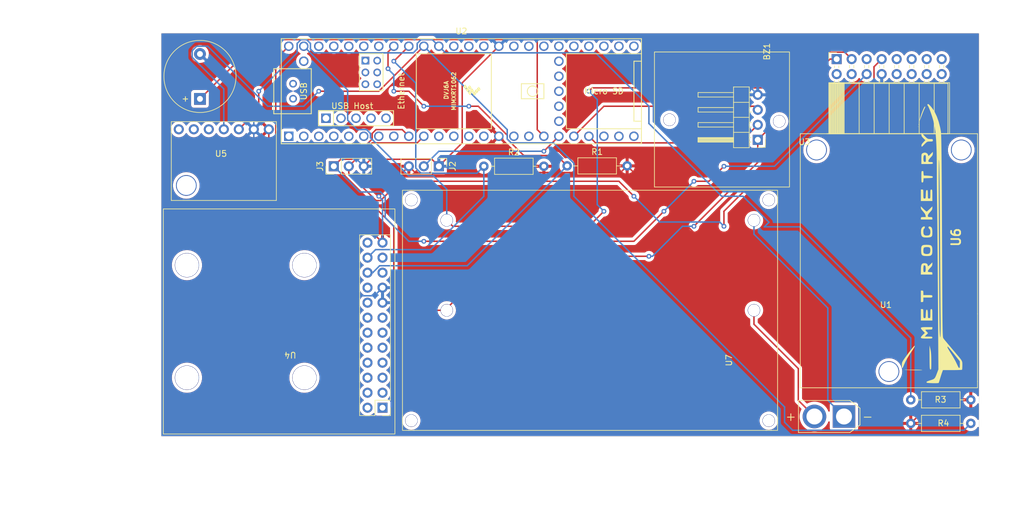
<source format=kicad_pcb>
(kicad_pcb (version 20221018) (generator pcbnew)
  (layers (0 "F.Cu" signal) (31 "B.Cu" signal) (34 "B.Paste" user) (35 "F.Paste" user) (36 "B.SilkS" user "B.Silkscreen") (37 "F.SilkS" user "F.Silkscreen") (38 "B.Mask" user) (39 "F.Mask" user) (44 "Edge.Cuts" user))
  (net 0 "")
  (net 1 "GND")
  (net 2 "VCC")
  (net 3 "T_VCC")
  (net 4 "SCL1")
  (net 5 "SDA1")
  (net 6 "TX2")
  (net 7 "RX2")
  (net 8 "SCL")
  (net 9 "T_GND")
  (net 10 "SDA")
  (net 12 "INT1")
  (net 13 "FSYNC")
  (net 24 "RX7")
  (net 25 "TX7")
  (net 96 "Net-(J2-Pad2)")
  (net 97 "Net-(J1-Pad2)")
  (net 98 "Net-(J1-Pad1)")
  (net 99 "Net-(BZ1-Pad1)")
  (footprint "Resistor_THT:R_Axial_DIN0207_L6.3mm_D2.5mm_P10.16mm_Horizontal" (layer "F.Cu") (at 96.52 43.18)
    (fp_text reference "R2" (at 5.08 -2.37) (layer "F.SilkS"))
    (fp_text value "R-Device")
    (pad "1" thru_hole circle (at 0 0) (size 1.6 1.6) (drill 0.8) (layers "*.Cu" "*.Mask") (net 10 "SDA"))
    (pad "2" thru_hole oval (at 10.16 0) (size 1.6 1.6) (drill 0.8) (layers "*.Cu" "*.Mask") (net 3 "T_VCC"))
  )
  (footprint "rfd900+:RFD900+" (layer "F.Cu") (at 180.082312 37.675556 180)
    (fp_text reference "U1" (at 15.51 -28.97) (layer "F.SilkS"))
    (fp_text value "RFD900+")
    (pad "" thru_hole circle (at 2.75 -2.75 180) (size 3.5 3.5) (drill 3.2) (layers "*.Cu" "*.Mask"))
    (pad "" thru_hole circle (at 15 -40.25 180) (size 3.5 3.5) (drill 3.2) (layers "*.Cu" "*.Mask"))
    (pad "" thru_hole circle (at 27.25 -2.75 180) (size 3.5 3.5) (drill 3.2) (layers "*.Cu" "*.Mask"))
    (pad "1" thru_hole rect (at 23.84226 12.63188 90) (size 1.7 1.7) (drill 1) (layers "*.Cu" "*.Mask") (net 2 "VCC"))
    (pad "2" thru_hole oval (at 23.84226 10.09188 90) (size 1.7 1.7) (drill 1) (layers "*.Cu" "*.Mask"))
    (pad "3" thru_hole oval (at 21.30226 12.63188 90) (size 1.7 1.7) (drill 1) (layers "*.Cu" "*.Mask") (net 1 "GND"))
    (pad "4" thru_hole oval (at 21.30226 10.09188 90) (size 1.7 1.7) (drill 1) (layers "*.Cu" "*.Mask"))
    (pad "5" thru_hole oval (at 18.76226 12.63188 90) (size 1.7 1.7) (drill 1) (layers "*.Cu" "*.Mask"))
    (pad "6" thru_hole oval (at 18.76226 10.09188 90) (size 1.7 1.7) (drill 1) (layers "*.Cu" "*.Mask") (net 7 "RX2"))
    (pad "7" thru_hole oval (at 16.22226 12.63188 90) (size 1.7 1.7) (drill 1) (layers "*.Cu" "*.Mask") (net 6 "TX2"))
    (pad "8" thru_hole oval (at 16.22226 10.09188 90) (size 1.7 1.7) (drill 1) (layers "*.Cu" "*.Mask") (net 9 "T_GND"))
    (pad "9" thru_hole oval (at 13.68226 12.63188 90) (size 1.7 1.7) (drill 1) (layers "*.Cu" "*.Mask"))
    (pad "10" thru_hole oval (at 13.68226 10.09188 90) (size 1.7 1.7) (drill 1) (layers "*.Cu" "*.Mask"))
    (pad "11" thru_hole oval (at 11.14226 12.63188 90) (size 1.7 1.7) (drill 1) (layers "*.Cu" "*.Mask"))
    (pad "12" thru_hole oval (at 11.14226 10.09188 90) (size 1.7 1.7) (drill 1) (layers "*.Cu" "*.Mask"))
    (pad "13" thru_hole oval (at 8.60226 12.63188 90) (size 1.7 1.7) (drill 1) (layers "*.Cu" "*.Mask"))
    (pad "14" thru_hole oval (at 8.60226 10.09188 90) (size 1.7 1.7) (drill 1) (layers "*.Cu" "*.Mask"))
    (pad "15" thru_hole oval (at 6.06226 12.63188 90) (size 1.7 1.7) (drill 1) (layers "*.Cu" "*.Mask"))
    (pad "16" thru_hole oval (at 6.06226 10.09188 90) (size 1.7 1.7) (drill 1) (layers "*.Cu" "*.Mask"))
  )
  (footprint "Resistor_THT:R_Axial_DIN0207_L6.3mm_D2.5mm_P10.16mm_Horizontal" (layer "F.Cu") (at 168.783102 82.712958)
    (fp_text reference "R3" (at 5.043254 -0.036061) (layer "F.SilkS"))
    (fp_text value "R-Device")
    (pad "1" thru_hole circle (at 0 0) (size 1.6 1.6) (drill 0.8) (layers "*.Cu" "*.Mask") (net 4 "SCL1"))
    (pad "2" thru_hole oval (at 10.16 0) (size 1.6 1.6) (drill 0.8) (layers "*.Cu" "*.Mask") (net 3 "T_VCC"))
  )
  (footprint "Resistor_THT:R_Axial_DIN0207_L6.3mm_D2.5mm_P10.16mm_Horizontal" (layer "F.Cu") (at 178.943102 86.704287 180)
    (fp_text reference "R4" (at 4.62593 0.029783) (layer "F.SilkS"))
    (fp_text value "R-Device")
    (pad "1" thru_hole circle (at 0 0 180) (size 1.6 1.6) (drill 0.8) (layers "*.Cu" "*.Mask") (net 5 "SDA1"))
    (pad "2" thru_hole oval (at 10.16 0 180) (size 1.6 1.6) (drill 0.8) (layers "*.Cu" "*.Mask") (net 3 "T_VCC"))
  )
  (footprint "Resistor_THT:R_Axial_DIN0207_L6.3mm_D2.5mm_P10.16mm_Horizontal" (layer "F.Cu") (at 110.614838 43.116036)
    (fp_text reference "R1" (at 5.08 -2.37) (layer "F.SilkS"))
    (fp_text value "R-Device")
    (pad "1" thru_hole circle (at 0 0) (size 1.6 1.6) (drill 0.8) (layers "*.Cu" "*.Mask") (net 8 "SCL"))
    (pad "2" thru_hole oval (at 10.16 0) (size 1.6 1.6) (drill 0.8) (layers "*.Cu" "*.Mask") (net 3 "T_VCC"))
  )
  (footprint "Connector_AMASS:AMASS_XT30U-F_1x02_P5.0mm_Vertical" (layer "F.Cu") (at 157.48 85.537678 180)
    (fp_text reference "J1" hide)
    (fp_text value "Conn_01x02_Male-Connector")
    (fp_text user "-" (at -4 0) (layer "F.SilkS") (effects (font (size 1.5 1.5))))
    (fp_text user "+" (at 9 0) (layer "F.SilkS") (effects (font (size 1.5 1.5))))
    (pad "1" thru_hole rect (at 0 0 180) (size 3.8 3.8) (drill 2.7) (layers "*.Cu" "*.Mask") (net 98 "Net-(J1-Pad1)"))
    (pad "2" thru_hole circle (at 5 0 180) (size 4 4) (drill 2.7) (layers "*.Cu" "*.Mask") (net 97 "Net-(J1-Pad2)"))
  )
  (footprint "icm20948:icm20948" (layer "F.Cu") (at 63.758599 74.624231 180)
    (fp_text reference "U4" (at 0 -0.5 180 unlocked) (layer "F.SilkS"))
    (fp_text value "ICM-20948 ")
    (pad "" thru_hole circle (at -2.390096 -4.35 90) (size 4.1 4.1) (drill 4) (layers "*.Cu" "*.Mask"))
    (pad "" thru_hole circle (at -2.390096 14.7 90) (size 4.1 4.1) (drill 4) (layers "*.Cu" "*.Mask"))
    (pad "" thru_hole circle (at 17.495 -4.35 90) (size 4.1 4.1) (drill 4) (layers "*.Cu" "*.Mask"))
    (pad "" thru_hole circle (at 17.495 14.7 90) (size 4.1 4.1) (drill 4) (layers "*.Cu" "*.Mask"))
    (pad "1" thru_hole rect (at -15.61 -9.43 180) (size 1.7 1.7) (drill 1) (layers "*.Mask" "F.Cu" "In1.Cu" "B.Cu"))
    (pad "2" thru_hole oval (at -13.07 -9.43 180) (size 1.7 1.7) (drill 1) (layers "*.Mask" "F.Cu" "In1.Cu" "B.Cu"))
    (pad "3" thru_hole oval (at -15.61 -6.89 180) (size 1.7 1.7) (drill 1) (layers "*.Mask" "F.Cu" "In1.Cu" "B.Cu"))
    (pad "4" thru_hole oval (at -13.07 -6.89 180) (size 1.7 1.7) (drill 1) (layers "*.Mask" "F.Cu" "In1.Cu" "B.Cu"))
    (pad "5" thru_hole oval (at -15.61 -4.35 180) (size 1.7 1.7) (drill 1) (layers "*.Mask" "F.Cu" "In1.Cu" "B.Cu"))
    (pad "6" thru_hole oval (at -13.07 -4.35 180) (size 1.7 1.7) (drill 1) (layers "*.Mask" "F.Cu" "In1.Cu" "B.Cu"))
    (pad "7" thru_hole oval (at -15.61 -1.81 180) (size 1.7 1.7) (drill 1) (layers "*.Mask" "F.Cu" "In1.Cu" "B.Cu") (net 12 "INT1"))
    (pad "8" thru_hole oval (at -13.07 -1.81 180) (size 1.7 1.7) (drill 1) (layers "*.Mask" "F.Cu" "In1.Cu" "B.Cu"))
    (pad "9" thru_hole oval (at -15.61 0.73 180) (size 1.7 1.7) (drill 1) (layers "*.Mask" "F.Cu" "In1.Cu" "B.Cu"))
    (pad "10" thru_hole oval (at -13.07 0.73 180) (size 1.7 1.7) (drill 1) (layers "*.Mask" "F.Cu" "In1.Cu" "B.Cu"))
    (pad "11" thru_hole oval (at -15.61 3.27 180) (size 1.7 1.7) (drill 1) (layers "*.Mask" "F.Cu" "In1.Cu" "B.Cu"))
    (pad "12" thru_hole oval (at -13.07 3.27 180) (size 1.7 1.7) (drill 1) (layers "*.Mask" "F.Cu" "In1.Cu" "B.Cu"))
    (pad "13" thru_hole oval (at -15.61 5.81 180) (size 1.7 1.7) (drill 1) (layers "*.Mask" "F.Cu" "In1.Cu" "B.Cu"))
    (pad "14" thru_hole oval (at -13.07 5.81 180) (size 1.7 1.7) (drill 1) (layers "*.Mask" "F.Cu" "In1.Cu" "B.Cu"))
    (pad "15" thru_hole oval (at -15.61 8.35 180) (size 1.7 1.7) (drill 1) (layers "*.Mask" "F.Cu" "In1.Cu" "B.Cu") (net 9 "T_GND"))
    (pad "16" thru_hole oval (at -13.07 8.35 180) (size 1.7 1.7) (drill 1) (layers "*.Mask" "F.Cu" "In1.Cu" "B.Cu"))
    (pad "17" thru_hole oval (at -15.61 10.89 180) (size 1.7 1.7) (drill 1) (layers "*.Mask" "F.Cu" "In1.Cu" "B.Cu") (net 9 "T_GND"))
    (pad "18" thru_hole oval (at -13.07 10.89 180) (size 1.7 1.7) (drill 1) (layers "*.Mask" "F.Cu" "In1.Cu" "B.Cu"))
    (pad "19" thru_hole oval (at -15.61 13.43 180) (size 1.7 1.7) (drill 1) (layers "*.Mask" "F.Cu" "In1.Cu" "B.Cu"))
    (pad "20" thru_hole oval (at -13.07 13.43 180) (size 1.7 1.7) (drill 1) (layers "*.Mask" "F.Cu" "In1.Cu" "B.Cu") (net 8 "SCL"))
    (pad "21" thru_hole oval (at -15.61 15.97 180) (size 1.7 1.7) (drill 1) (layers "*.Mask" "F.Cu" "In1.Cu" "B.Cu") (net 13 "FSYNC"))
    (pad "22" thru_hole oval (at -13.07 15.97 180) (size 1.7 1.7) (drill 1) (layers "*.Mask" "F.Cu" "In1.Cu" "B.Cu") (net 10 "SDA"))
    (pad "23" thru_hole oval (at -15.61 18.51 180) (size 1.7 1.7) (drill 1) (layers "*.Mask" "F.Cu" "In1.Cu" "B.Cu") (net 3 "T_VCC"))
    (pad "24" thru_hole oval (at -13.07 18.51 180) (size 1.7 1.7) (drill 1) (layers "*.Mask" "F.Cu" "In1.Cu" "B.Cu"))
  )
  (footprint "teensy:Teensy41" (layer "F.Cu") (at 92.71 30.48)
    (fp_text reference "U2" (at 0 -10.16) (layer "F.SilkS"))
    (fp_text value "Teensy4.1")
    (fp_text user "Ethernet" (at -10.16 0 90) (layer "F.SilkS"))
    (fp_text user "MIMXRT1062" (at -1.27 0 90) (layer "F.SilkS") (effects (font (size 0.7 0.7))))
    (fp_text user "USB" (at -26.67 0 90) (layer "F.SilkS"))
    (fp_text user "DVJ6A" (at -2.54 -0.18 90) (layer "F.SilkS") (effects (font (size 0.7 0.7))))
    (fp_text user "Micro SD" (at 24.13 0) (layer "F.SilkS"))
    (fp_text user "USB Host" (at -18.4658 2.4892) (layer "F.SilkS"))
    (pad "1" thru_hole rect (at -29.21 7.62) (size 1.6 1.6) (drill 1.1) (layers "*.Cu" "*.Mask"))
    (pad "2" thru_hole circle (at -26.67 7.62) (size 1.6 1.6) (drill 1.1) (layers "*.Cu" "*.Mask"))
    (pad "3" thru_hole circle (at -24.13 7.62) (size 1.6 1.6) (drill 1.1) (layers "*.Cu" "*.Mask"))
    (pad "4" thru_hole circle (at -21.59 7.62) (size 1.6 1.6) (drill 1.1) (layers "*.Cu" "*.Mask"))
    (pad "5" thru_hole circle (at -19.05 7.62) (size 1.6 1.6) (drill 1.1) (layers "*.Cu" "*.Mask"))
    (pad "6" thru_hole circle (at -16.51 7.62) (size 1.6 1.6) (drill 1.1) (layers "*.Cu" "*.Mask"))
    (pad "7" thru_hole circle (at -13.97 7.62) (size 1.6 1.6) (drill 1.1) (layers "*.Cu" "*.Mask"))
    (pad "8" thru_hole circle (at -11.43 7.62) (size 1.6 1.6) (drill 1.1) (layers "*.Cu" "*.Mask"))
    (pad "9" thru_hole circle (at -8.89 7.62) (size 1.6 1.6) (drill 1.1) (layers "*.Cu" "*.Mask") (net 7 "RX2"))
    (pad "10" thru_hole circle (at -6.35 7.62) (size 1.6 1.6) (drill 1.1) (layers "*.Cu" "*.Mask") (net 6 "TX2"))
    (pad "11" thru_hole circle (at -3.81 7.62) (size 1.6 1.6) (drill 1.1) (layers "*.Cu" "*.Mask"))
    (pad "12" thru_hole circle (at -1.27 7.62) (size 1.6 1.6) (drill 1.1) (layers "*.Cu" "*.Mask"))
    (pad "13" thru_hole circle (at 1.27 7.62) (size 1.6 1.6) (drill 1.1) (layers "*.Cu" "*.Mask"))
    (pad "14" thru_hole circle (at 3.81 7.62) (size 1.6 1.6) (drill 1.1) (layers "*.Cu" "*.Mask"))
    (pad "15" thru_hole circle (at 6.35 7.62) (size 1.6 1.6) (drill 1.1) (layers "*.Cu" "*.Mask") (net 3 "T_VCC"))
    (pad "16" thru_hole circle (at 8.89 7.62) (size 1.6 1.6) (drill 1.1) (layers "*.Cu" "*.Mask"))
    (pad "17" thru_hole circle (at 11.43 7.62) (size 1.6 1.6) (drill 1.1) (layers "*.Cu" "*.Mask") (net 5 "SDA1"))
    (pad "18" thru_hole circle (at 13.97 7.62) (size 1.6 1.6) (drill 1.1) (layers "*.Cu" "*.Mask") (net 99 "Net-(BZ1-Pad1)"))
    (pad "19" thru_hole circle (at 16.51 7.62) (size 1.6 1.6) (drill 1.1) (layers "*.Cu" "*.Mask") (net 96 "Net-(J2-Pad2)"))
    (pad "20" thru_hole circle (at 19.05 7.62) (size 1.6 1.6) (drill 1.1) (layers "*.Cu" "*.Mask") (net 24 "RX7"))
    (pad "21" thru_hole circle (at 21.59 7.62) (size 1.6 1.6) (drill 1.1) (layers "*.Cu" "*.Mask") (net 25 "TX7"))
    (pad "22" thru_hole circle (at 24.13 7.62) (size 1.6 1.6) (drill 1.1) (layers "*.Cu" "*.Mask"))
    (pad "23" thru_hole circle (at 26.67 7.62) (size 1.6 1.6) (drill 1.1) (layers "*.Cu" "*.Mask"))
    (pad "24" thru_hole circle (at 29.21 7.62) (size 1.6 1.6) (drill 1.1) (layers "*.Cu" "*.Mask"))
    (pad "25" thru_hole circle (at 29.21 -7.62) (size 1.6 1.6) (drill 1.1) (layers "*.Cu" "*.Mask"))
    (pad "26" thru_hole circle (at 26.67 -7.62) (size 1.6 1.6) (drill 1.1) (layers "*.Cu" "*.Mask"))
    (pad "27" thru_hole circle (at 24.13 -7.62) (size 1.6 1.6) (drill 1.1) (layers "*.Cu" "*.Mask"))
    (pad "28" thru_hole circle (at 21.59 -7.62) (size 1.6 1.6) (drill 1.1) (layers "*.Cu" "*.Mask"))
    (pad "29" thru_hole circle (at 19.05 -7.62) (size 1.6 1.6) (drill 1.1) (layers "*.Cu" "*.Mask"))
    (pad "30" thru_hole circle (at 16.51 -7.62) (size 1.6 1.6) (drill 1.1) (layers "*.Cu" "*.Mask") (net 13 "FSYNC"))
    (pad "31" thru_hole circle (at 13.97 -7.62) (size 1.6 1.6) (drill 1.1) (layers "*.Cu" "*.Mask"))
    (pad "32" thru_hole circle (at 11.43 -7.62) (size 1.6 1.6) (drill 1.1) (layers "*.Cu" "*.Mask") (net 12 "INT1"))
    (pad "33" thru_hole circle (at 8.89 -7.62) (size 1.6 1.6) (drill 1.1) (layers "*.Cu" "*.Mask"))
    (pad "34" thru_hole circle (at 6.35 -7.62) (size 1.6 1.6) (drill 1.1) (layers "*.Cu" "*.Mask") (net 9 "T_GND"))
    (pad "35" thru_hole circle (at 3.81 -7.62) (size 1.6 1.6) (drill 1.1) (layers "*.Cu" "*.Mask"))
    (pad "36" thru_hole circle (at 1.27 -7.62) (size 1.6 1.6) (drill 1.1) (layers "*.Cu" "*.Mask"))
    (pad "37" thru_hole circle (at -1.27 -7.62) (size 1.6 1.6) (drill 1.1) (layers "*.Cu" "*.Mask"))
    (pad "38" thru_hole circle (at -3.81 -7.62) (size 1.6 1.6) (drill 1.1) (layers "*.Cu" "*.Mask") (net 4 "SCL1"))
    (pad "39" thru_hole circle (at -6.35 -7.62) (size 1.6 1.6) (drill 1.1) (layers "*.Cu" "*.Mask") (net 5 "SDA1"))
    (pad "40" thru_hole circle (at -8.89 -7.62) (size 1.6 1.6) (drill 1.1) (layers "*.Cu" "*.Mask") (net 10 "SDA"))
    (pad "41" thru_hole circle (at -11.43 -7.62) (size 1.6 1.6) (drill 1.1) (layers "*.Cu" "*.Mask") (net 8 "SCL"))
    (pad "42" thru_hole circle (at -13.97 -7.62) (size 1.6 1.6) (drill 1.1) (layers "*.Cu" "*.Mask"))
    (pad "43" thru_hole circle (at -16.51 -7.62) (size 1.6 1.6) (drill 1.1) (layers "*.Cu" "*.Mask"))
    (pad "44" thru_hole circle (at -19.05 -7.62) (size 1.6 1.6) (drill 1.1) (layers "*.Cu" "*.Mask"))
    (pad "45" thru_hole circle (at -21.59 -7.62) (size 1.6 1.6) (drill 1.1) (layers "*.Cu" "*.Mask"))
    (pad "46" thru_hole circle (at -24.13 -7.62) (size 1.6 1.6) (drill 1.1) (layers "*.Cu" "*.Mask"))
    (pad "47" thru_hole circle (at -26.67 -7.62) (size 1.6 1.6) (drill 1.1) (layers "*.Cu" "*.Mask") (net 1 "GND"))
    (pad "48" thru_hole circle (at -29.21 -7.62) (size 1.6 1.6) (drill 1.1) (layers "*.Cu" "*.Mask") (net 2 "VCC"))
    (pad "49" thru_hole circle (at -26.67 -5.08) (size 1.6 1.6) (drill 1.1) (layers "*.Cu" "*.Mask"))
    (pad "50" thru_hole circle (at 16.51 5.08) (size 1.6 1.6) (drill 1.1) (layers "*.Cu" "*.Mask"))
    (pad "51" thru_hole circle (at 16.51 2.54) (size 1.6 1.6) (drill 1.1) (layers "*.Cu" "*.Mask"))
    (pad "52" thru_hole circle (at 16.51 0) (size 1.6 1.6) (drill 1.1) (layers "*.Cu" "*.Mask"))
    (pad "53" thru_hole circle (at 16.51 -2.54) (size 1.6 1.6) (drill 1.1) (layers "*.Cu" "*.Mask"))
    (pad "54" thru_hole circle (at 16.51 -5.08) (size 1.6 1.6) (drill 1.1) (layers "*.Cu" "*.Mask"))
    (pad "55" thru_hole rect (at -22.9108 4.5692) (size 1.6 1.6) (drill 1.1) (layers "*.Cu" "*.Mask"))
    (pad "56" thru_hole circle (at -20.3708 4.5692) (size 1.6 1.6) (drill 1.1) (layers "*.Cu" "*.Mask"))
    (pad "57" thru_hole circle (at -17.8308 4.5692) (size 1.6 1.6) (drill 1.1) (layers "*.Cu" "*.Mask"))
    (pad "58" thru_hole circle (at -15.2908 4.5692) (size 1.6 1.6) (drill 1.1) (layers "*.Cu" "*.Mask"))
    (pad "59" thru_hole circle (at -12.7508 4.5692) (size 1.6 1.6) (drill 1.1) (layers "*.Cu" "*.Mask"))
    (pad "60" thru_hole rect (at -16.24 -5.1816) (size 1.3 1.3) (drill 0.8) (layers "*.Cu" "*.Mask"))
    (pad "61" thru_hole circle (at -16.24 -3.1816) (size 1.3 1.3) (drill 0.8) (layers "*.Cu" "*.Mask"))
    (pad "62" thru_hole circle (at -16.24 -1.1816) (size 1.3 1.3) (drill 0.8) (layers "*.Cu" "*.Mask"))
    (pad "63" thru_hole circle (at -14.24 -1.1816) (size 1.3 1.3) (drill 0.8) (layers "*.Cu" "*.Mask"))
    (pad "64" thru_hole circle (at -14.24 -3.1816) (size 1.3 1.3) (drill 0.8) (layers "*.Cu" "*.Mask"))
    (pad "65" thru_hole circle (at -14.24 -5.1816) (size 1.3 1.3) (drill 0.8) (layers "*.Cu" "*.Mask"))
    (pad "66" thru_hole circle (at -28.48 -1.27) (size 1.3 1.3) (drill 0.8) (layers "*.Cu" "*.Mask"))
    (pad "67" thru_hole circle (at -28.48 1.27) (size 1.3 1.3) (drill 0.8) (layers "*.Cu" "*.Mask"))
  )
  (footprint "Connector_PinHeader_2.54mm:PinHeader_1x03_P2.54mm_Vertical" (layer "F.Cu") (at 88.9 43.18 -90)
    (fp_text reference "J2" (at 0 -2.33 90) (layer "F.SilkS"))
    (fp_text value "Conn_01x03_Male-Connector")
    (pad "1" thru_hole rect (at 0 0 270) (size 1.7 1.7) (drill 1) (layers "*.Cu" "*.Mask") (net 9 "T_GND"))
    (pad "2" thru_hole oval (at 0 2.54 270) (size 1.7 1.7) (drill 1) (layers "*.Cu" "*.Mask") (net 96 "Net-(J2-Pad2)"))
    (pad "3" thru_hole oval (at 0 5.08 270) (size 1.7 1.7) (drill 1) (layers "*.Cu" "*.Mask") (net 3 "T_VCC"))
  )
  (footprint "ms5611:1x07" (layer "F.Cu") (at 52.503617 33.09494 180)
    (fp_text reference "U5" (at 0.47533 -7.957638) (layer "F.SilkS"))
    (fp_text value "MS5611")
    (pad "" thru_hole circle (at 6.35 -13.335 180) (size 3.5 3.5) (drill 3.2) (layers "*.Cu" "*.Mask"))
    (pad "1" thru_hole circle (at -7.62 -3.83 90) (size 1.7 1.7) (drill 1.02) (layers "*.Cu" "*.Mask") (net 3 "T_VCC"))
    (pad "2" thru_hole circle (at -5.08 -3.83 90) (size 1.7 1.7) (drill 1.02) (layers "*.Cu" "*.Mask") (net 9 "T_GND"))
    (pad "3" thru_hole circle (at -2.54 -3.83 90) (size 1.7 1.7) (drill 1.02) (layers "*.Cu" "*.Mask") (net 4 "SCL1"))
    (pad "4" thru_hole circle (at 0 -3.83 90) (size 1.7 1.7) (drill 1.02) (layers "*.Cu" "*.Mask") (net 5 "SDA1"))
    (pad "5" thru_hole circle (at 2.54 -3.83 90) (size 1.7 1.7) (drill 1.02) (layers "*.Cu" "*.Mask"))
    (pad "6" thru_hole circle (at 5.08 -3.83 90) (size 1.7 1.7) (drill 1.02) (layers "*.Cu" "*.Mask"))
    (pad "7" thru_hole circle (at 7.62 -3.83 90) (size 1.7 1.7) (drill 1.02) (layers "*.Cu" "*.Mask"))
  )
  (footprint "Buzzer_Beeper:Buzzer_12x9.5RM7.6" (layer "F.Cu") (at 48.467845 31.778236 90)
    (fp_text reference "BZ1" (at 8.003302 95.965214 90) (layer "F.SilkS"))
    (fp_text value "Buzzer-Device")
    (fp_text user "+" (at -0.01 -2.54 90) (layer "F.SilkS"))
    (pad "1" thru_hole rect (at 0 0 90) (size 2 2) (drill 1) (layers "*.Cu" "*.Mask") (net 99 "Net-(BZ1-Pad1)"))
    (pad "2" thru_hole circle (at 7.6 0 90) (size 2 2) (drill 1) (layers "*.Cu" "*.Mask") (net 9 "T_GND"))
  )
  (footprint "bn220_gps:BN220" (layer "F.Cu") (at 125.394249 23.835935)
    (fp_text reference "U3" (at 25.4 15.24 unlocked) (layer "F.SilkS"))
    (fp_text value "BN220-GPS")
    (pad "" thru_hole circle (at 2.54 11.48099 90) (size 2.1 2.1) (drill 2) (layers "*.Cu" "*.Mask"))
    (pad "" thru_hole circle (at 21.120548 11.735896 90) (size 2.1 2.1) (drill 2) (layers "*.Cu" "*.Mask"))
    (pad "1" thru_hole rect (at 17.490109 14.87099 180) (size 1.7 1.7) (drill 1) (layers "*.Mask" "F.Cu" "In1.Cu" "B.Cu") (net 2 "VCC"))
    (pad "2" thru_hole oval (at 17.490109 12.33099 180) (size 1.7 1.7) (drill 1) (layers "*.Mask" "F.Cu" "In1.Cu" "B.Cu") (net 25 "TX7"))
    (pad "3" thru_hole oval (at 17.490109 9.79099 180) (size 1.7 1.7) (drill 1) (layers "*.Mask" "F.Cu" "In1.Cu" "B.Cu") (net 24 "RX7"))
    (pad "4" thru_hole oval (at 17.490109 7.25099 180) (size 1.7 1.7) (drill 1) (layers "*.Mask" "F.Cu" "In1.Cu" "B.Cu") (net 9 "T_GND"))
  )
  (footprint "logo:RRC_logo" (layer "F.Cu") (at 172.267531 59.227658 90)
    (fp_text reference "U6" (at 4.019848 4.179883 90) (layer "F.SilkS") (effects (font (size 1.524 1.524) (thickness 0.3))))
    (fp_text value "logo" hide)
  )
  (footprint "VoltReg:voltReg2" (layer "F.Cu") (at 146.241777 87.883679 180)
    (fp_text reference "U7" (at 8.227802 11.861043 270) (layer "F.SilkS"))
    (fp_text value "Conn_01x02_Male-Connector")
    (pad "" thru_hole circle (at 1.5 1.64 180) (size 2.1 2.1) (drill 2) (layers "*.Cu" "*.Mask"))
    (pad "" thru_hole circle (at 1.5 39 180) (size 2.1 2.1) (drill 2) (layers "*.Cu" "*.Mask"))
    (pad "" thru_hole circle (at 62 1.64 180) (size 2.1 2.1) (drill 2) (layers "*.Cu" "*.Mask"))
    (pad "" thru_hole circle (at 62 39 180) (size 2.1 2.1) (drill 2) (layers "*.Cu" "*.Mask"))
    (pad "1" thru_hole circle (at 4 35.56 180) (size 2.1 2.1) (drill 2) (layers "*.Cu" "*.Mask") (net 98 "Net-(J1-Pad1)"))
    (pad "2" thru_hole circle (at 4 20.32 180) (size 2.1 2.1) (drill 2) (layers "*.Cu" "*.Mask") (net 97 "Net-(J1-Pad2)"))
    (pad "3" thru_hole circle (at 56 20.32 180) (size 2.1 2.1) (drill 2) (layers "*.Cu" "*.Mask") (net 2 "VCC"))
    (pad "4" thru_hole circle (at 56 35.56 180) (size 2.1 2.1) (drill 2) (layers "*.Cu" "*.Mask") (net 1 "GND"))
  )
  (footprint "Connector_PinHeader_2.54mm:PinHeader_1x03_P2.54mm_Vertical" (layer "F.Cu") (at 71.12 43.18 90)
    (fp_text reference "J3" (at 0 -2.33 90) (layer "F.SilkS"))
    (fp_text value "digital logic connection")
    (pad "1" thru_hole rect (at 0 0 90) (size 1.7 1.7) (drill 1) (layers "*.Cu" "*.Mask") (net 7 "RX2"))
    (pad "2" thru_hole oval (at 0 2.54 90) (size 1.7 1.7) (drill 1) (layers "*.Cu" "*.Mask") (net 6 "TX2"))
    (pad "3" thru_hole oval (at 0 5.08 90) (size 1.7 1.7) (drill 1) (layers "*.Cu" "*.Mask") (net 9 "T_GND"))
  )
  (gr_rect (start 41.91 20.656715) (end 180.34 88.9) (stroke (width 0.05)) (fill none) (layer "Edge.Cuts"))
  (segment (start 114.3 53.34) (end 116.84 50.8) (width 0.25) (layer "F.Cu") (net 1))
  (segment (start 154.418039 23.868676) (end 157.605052 23.868676) (width 0.25) (layer "F.Cu") (net 1))
  (segment (start 91.258098 53.34) (end 114.3 53.34) (width 0.25) (layer "F.Cu") (net 1))
  (segment (start 148.37479 29.911925) (end 154.418039 23.868676) (width 0.25) (layer "F.Cu") (net 1))
  (segment (start 114.868075 29.911925) (end 148.37479 29.911925) (width 0.25) (layer "F.Cu") (net 1))
  (segment (start 90.241777 52.323679) (end 91.258098 53.34) (width 0.25) (layer "F.Cu") (net 1))
  (segment (start 157.605052 23.868676) (end 158.780052 25.043676) (width 0.25) (layer "F.Cu") (net 1))
  (segment (start 114.3 30.48) (end 114.868075 29.911925) (width 0.25) (layer "F.Cu") (net 1))
  (via (at 116.84 50.8) (size 0.8) (drill 0.4) (layers "F.Cu" "B.Cu") (net 1))
  (via (at 114.3 30.48) (size 0.8) (drill 0.4) (layers "F.Cu" "B.Cu") (net 1))
  (segment (start 115.715 49.675) (end 115.715 31.895) (width 0.25) (layer "B.Cu") (net 1))
  (segment (start 77.325 37.634009) (end 76.665991 36.975) (width 0.25) (layer "B.Cu") (net 1))
  (segment (start 76.665991 36.975) (end 75.075 36.975) (width 0.25) (layer "B.Cu") (net 1))
  (segment (start 75.075 36.975) (end 73.4642 35.3642) (width 0.25) (layer "B.Cu") (net 1))
  (segment (start 90.241777 52.323679) (end 90.241777 47.061777) (width 0.25) (layer "B.Cu") (net 1))
  (segment (start 90.241777 47.061777) (end 87.985 44.805) (width 0.25) (layer "B.Cu") (net 1))
  (segment (start 116.84 50.8) (end 115.715 49.675) (width 0.25) (layer "B.Cu") (net 1))
  (segment (start 83.783299 44.805) (end 77.325 38.346701) (width 0.25) (layer "B.Cu") (net 1))
  (segment (start 115.715 31.895) (end 114.3 30.48) (width 0.25) (layer "B.Cu") (net 1))
  (segment (start 73.4642 35.3642) (end 73.4642 30.2842) (width 0.25) (layer "B.Cu") (net 1))
  (segment (start 87.985 44.805) (end 83.783299 44.805) (width 0.25) (layer "B.Cu") (net 1))
  (segment (start 77.325 38.346701) (end 77.325 37.634009) (width 0.25) (layer "B.Cu") (net 1))
  (segment (start 73.4642 30.2842) (end 66.04 22.86) (width 0.25) (layer "B.Cu") (net 1))
  (segment (start 81.28 53.34) (end 78.74 50.8) (width 0.25) (layer "F.Cu") (net 2))
  (segment (start 60.96 50.8) (end 61.298617 50.461383) (width 0.25) (layer "F.Cu") (net 2))
  (segment (start 90.241777 67.238223) (end 90.241777 67.563679) (width 0.25) (layer "F.Cu") (net 2))
  (segment (start 61.298617 50.461383) (end 61.298617 25.061383) (width 0.25) (layer "F.Cu") (net 2))
  (segment (start 78.74 50.8) (end 60.96 50.8) (width 0.25) (layer "F.Cu") (net 2))
  (segment (start 149.662084 30.48) (end 155.098408 25.043676) (width 0.25) (layer "F.Cu") (net 2))
  (segment (start 99.06 58.42) (end 90.241777 67.238223) (width 0.25) (layer "F.Cu") (net 2))
  (segment (start 61.298617 25.061383) (end 63.5 22.86) (width 0.25) (layer "F.Cu") (net 2))
  (segment (start 90.241777 67.563679) (end 87.883679 67.563679) (width 0.25) (layer "F.Cu") (net 2))
  (segment (start 124.46 58.42) (end 99.06 58.42) (width 0.25) (layer "F.Cu") (net 2))
  (segment (start 142.884358 38.706925) (end 142.884358 42.535642) (width 0.25) (layer "F.Cu") (net 2))
  (segment (start 144.78 36.811283) (end 144.78 30.48) (width 0.25) (layer "F.Cu") (net 2))
  (segment (start 81.28 60.96) (end 81.28 53.34) (width 0.25) (layer "F.Cu") (net 2))
  (segment (start 144.78 30.48) (end 149.662084 30.48) (width 0.25) (layer "F.Cu") (net 2))
  (segment (start 142.884358 38.706925) (end 144.78 36.811283) (width 0.25) (layer "F.Cu") (net 2))
  (segment (start 87.883679 67.563679) (end 81.28 60.96) (width 0.25) (layer "F.Cu") (net 2))
  (segment (start 142.884358 42.535642) (end 132.08 53.34) (width 0.25) (layer "F.Cu") (net 2))
  (segment (start 155.098408 25.043676) (end 156.240052 25.043676) (width 0.25) (layer "F.Cu") (net 2))
  (via (at 124.46 58.42) (size 0.8) (drill 0.4) (layers "F.Cu" "B.Cu") (net 2))
  (via (at 132.08 53.34) (size 0.8) (drill 0.4) (layers "F.Cu" "B.Cu") (net 2))
  (segment (start 132.08 53.34) (end 130.137358 53.34) (width 0.25) (layer "B.Cu") (net 2))
  (segment (start 125.057358 58.42) (end 124.46 58.42) (width 0.25) (layer "B.Cu") (net 2))
  (segment (start 130.137358 53.34) (end 125.057358 58.42) (width 0.25) (layer "B.Cu") (net 2))
  (segment (start 172.774431 82.712958) (end 168.783102 86.704287) (width 0.25) (layer "F.Cu") (net 3))
  (segment (start 119.649838 44.241036) (end 105.201036 44.241036) (width 0.25) (layer "F.Cu") (net 3))
  (segment (start 168.783102 86.704287) (end 164.363089 86.704287) (width 0.25) (layer "F.Cu") (net 3))
  (segment (start 78.74 48.26) (end 83.82 43.18) (width 0.25) (layer "F.Cu") (net 3))
  (segment (start 105.201036 44.241036) (end 99.06 38.1) (width 0.25) (layer "F.Cu") (net 3))
  (segment (start 178.943102 82.712958) (end 172.774431 82.712958) (width 0.25) (layer "F.Cu") (net 3))
  (segment (start 106.68 43.18) (end 104.14 43.18) (width 0.25) (layer "F.Cu") (net 3))
  (segment (start 164.363089 86.704287) (end 120.774838 43.116036) (width 0.25) (layer "F.Cu") (net 3))
  (segment (start 83.82 43.18) (end 84.995 44.355) (width 0.25) (layer "F.Cu") (net 3))
  (segment (start 120.774838 43.116036) (end 119.649838 44.241036) (width 0.25) (layer "F.Cu") (net 3))
  (segment (start 84.995 44.355) (end 92.805 44.355) (width 0.25) (layer "F.Cu") (net 3))
  (segment (start 79.368599 56.114231) (end 74.504368 51.25) (width 0.25) (layer "F.Cu") (net 3))
  (segment (start 92.805 44.355) (end 99.06 38.1) (width 0.25) (layer "F.Cu") (net 3))
  (segment (start 74.504368 51.25) (end 60.773604 51.25) (width 0.25) (layer "F.Cu") (net 3))
  (segment (start 60.123617 50.600013) (end 60.123617 36.92494) (width 0.25) (layer "F.Cu") (net 3))
  (segment (start 104.14 43.18) (end 99.06 38.1) (width 0.25) (layer "F.Cu") (net 3))
  (segment (start 60.773604 51.25) (end 60.123617 50.600013) (width 0.25) (layer "F.Cu") (net 3))
  (via (at 78.74 48.26) (size 0.8) (drill 0.4) (layers "F.Cu" "B.Cu") (net 3))
  (segment (start 79.368599 48.888599) (end 78.74 48.26) (width 0.25) (layer "B.Cu") (net 3))
  (segment (start 79.368599 56.114231) (end 79.368599 48.888599) (width 0.25) (layer "B.Cu") (net 3))
  (segment (start 58.42 33.548557) (end 58.42 30.48) (width 0.25) (layer "F.Cu") (net 4))
  (segment (start 55.043617 36.92494) (end 58.42 33.548557) (width 0.25) (layer "F.Cu") (net 4))
  (via (at 58.42 30.48) (size 0.8) (drill 0.4) (layers "F.Cu" "B.Cu") (net 4))
  (segment (start 87.775 21.735) (end 88.9 22.86) (width 0.25) (layer "B.Cu") (net 4))
  (segment (start 67.801396 23.985) (end 84.575991 23.985) (width 0.25) (layer "B.Cu") (net 4))
  (segment (start 144.000794 53.436426) (end 144.78 52.65722) (width 0.25) (layer "B.Cu") (net 4))
  (segment (start 90.025 23.985) (end 88.9 22.86) (width 0.25) (layer "B.Cu") (net 4))
  (segment (start 85.235 23.325991) (end 85.235 22.394009) (width 0.25) (layer "B.Cu") (net 4))
  (segment (start 124.46 35.94361) (end 124.46 33.02) (width 0.25) (layer "B.Cu") (net 4))
  (segment (start 140.38278 48.26) (end 136.77639 48.26) (width 0.25) (layer "B.Cu") (net 4))
  (segment (start 65.574009 21.735) (end 66.505991 21.735) (width 0.25) (layer "B.Cu") (net 4))
  (segment (start 144.78 52.65722) (end 140.38278 48.26) (width 0.25) (layer "B.Cu") (net 4))
  (segment (start 85.894009 21.735) (end 87.775 21.735) (width 0.25) (layer "B.Cu") (net 4))
  (segment (start 168.783102 82.712958) (end 168.783102 72.263102) (width 0.25) (layer "B.Cu") (net 4))
  (segment (start 67.165 22.394009) (end 67.165 23.348604) (width 0.25) (layer "B.Cu") (net 4))
  (segment (start 58.42 30.48) (end 64.915 23.985) (width 0.25) (layer "B.Cu") (net 4))
  (segment (start 168.783102 72.263102) (end 149.956426 53.436426) (width 0.25) (layer "B.Cu") (net 4))
  (segment (start 64.915 22.394009) (end 65.574009 21.735) (width 0.25) (layer "B.Cu") (net 4))
  (segment (start 115.425 23.985) (end 90.025 23.985) (width 0.25) (layer "B.Cu") (net 4))
  (segment (start 136.77639 48.26) (end 124.46 35.94361) (width 0.25) (layer "B.Cu") (net 4))
  (segment (start 84.575991 23.985) (end 85.235 23.325991) (width 0.25) (layer "B.Cu") (net 4))
  (segment (start 124.46 33.02) (end 115.425 23.985) (width 0.25) (layer "B.Cu") (net 4))
  (segment (start 66.505991 21.735) (end 67.165 22.394009) (width 0.25) (layer "B.Cu") (net 4))
  (segment (start 85.235 22.394009) (end 85.894009 21.735) (width 0.25) (layer "B.Cu") (net 4))
  (segment (start 67.165 23.348604) (end 67.801396 23.985) (width 0.25) (layer "B.Cu") (net 4))
  (segment (start 149.956426 53.436426) (end 144.000794 53.436426) (width 0.25) (layer "B.Cu") (net 4))
  (segment (start 64.915 23.985) (end 64.915 22.394009) (width 0.25) (layer "B.Cu") (net 4))
  (segment (start 68.58 30.48) (end 78.74 30.48) (width 0.25) (layer "F.Cu") (net 5))
  (segment (start 78.74 30.48) (end 86.36 22.86) (width 0.25) (layer "F.Cu") (net 5))
  (via (at 68.58 30.48) (size 0.8) (drill 0.4) (layers "F.Cu" "B.Cu") (net 5))
  (segment (start 111.76 42.670207) (end 108.314793 39.225) (width 0.25) (layer "B.Cu") (net 5))
  (segment (start 52.503617 30.087841) (end 47.142845 24.727069) (width 0.25) (layer "B.Cu") (net 5))
  (segment (start 49.767931 22.853236) (end 59.934695 33.02) (width 0.25) (layer "B.Cu") (net 5))
  (segment (start 147.421687 83.921687) (end 111.76 48.26) (width 0.25) (layer "B.Cu") (net 5))
  (segment (start 148.78364 87.862678) (end 147.421687 86.500725) (width 0.25) (layer "B.Cu") (net 5))
  (segment (start 47.142845 23.629403) (end 47.919012 22.853236) (width 0.25) (layer "B.Cu") (net 5))
  (segment (start 108.314793 39.225) (end 101.134009 39.225) (width 0.25) (layer "B.Cu") (net 5))
  (segment (start 101.134009 39.225) (end 100.475 38.565991) (width 0.25) (layer "B.Cu") (net 5))
  (segment (start 177.784711 87.862678) (end 148.78364 87.862678) (width 0.25) (layer "B.Cu") (net 5))
  (segment (start 100.475 36.975) (end 86.36 22.86) (width 0.25) (layer "B.Cu") (net 5))
  (segment (start 111.76 48.26) (end 111.76 42.670207) (width 0.25) (layer "B.Cu") (net 5))
  (segment (start 52.503617 36.92494) (end 52.503617 30.087841) (width 0.25) (layer "B.Cu") (net 5))
  (segment (start 66.04 33.02) (end 68.58 30.48) (width 0.25) (layer "B.Cu") (net 5))
  (segment (start 147.421687 86.500725) (end 147.421687 83.921687) (width 0.25) (layer "B.Cu") (net 5))
  (segment (start 59.934695 33.02) (end 66.04 33.02) (width 0.25) (layer "B.Cu") (net 5))
  (segment (start 178.943102 86.704287) (end 177.784711 87.862678) (width 0.25) (layer "B.Cu") (net 5))
  (segment (start 47.142845 24.727069) (end 47.142845 23.629403) (width 0.25) (layer "B.Cu") (net 5))
  (segment (start 100.475 38.565991) (end 100.475 36.975) (width 0.25) (layer "B.Cu") (net 5))
  (segment (start 47.919012 22.853236) (end 49.767931 22.853236) (width 0.25) (layer "B.Cu") (net 5))
  (segment (start 73.66 44.382081) (end 78.262919 48.985) (width 0.25) (layer "F.Cu") (net 6))
  (segment (start 77.615 39.225) (end 85.235 39.225) (width 0.25) (layer "F.Cu") (net 6))
  (segment (start 79.040305 48.985) (end 82.305305 45.72) (width 0.25) (layer "F.Cu") (net 6))
  (segment (start 73.66 43.18) (end 73.66 44.382081) (width 0.25) (layer "F.Cu") (net 6))
  (segment (start 162.56 38.1) (end 162.56 26.343728) (width 0.25) (layer "F.Cu") (net 6))
  (segment (start 73.66 43.18) (end 77.615 39.225) (width 0.25) (layer "F.Cu") (net 6))
  (segment (start 119.38 45.72) (end 121.92 48.26) (width 0.25) (layer "F.Cu") (net 6))
  (segment (start 85.235 39.225) (end 86.36 38.1) (width 0.25) (layer "F.Cu") (net 6))
  (segment (start 78.262919 48.985) (end 79.040305 48.985) (width 0.25) (layer "F.Cu") (net 6))
  (segment (start 137.16 50.8) (end 142.24 45.72) (width 0.25) (layer "F.Cu") (net 6))
  (segment (start 142.24 45.72) (end 154.94 45.72) (width 0.25) (layer "F.Cu") (net 6))
  (segment (start 137.16 53.34) (end 137.16 50.8) (width 0.25) (layer "F.Cu") (net 6))
  (segment (start 154.94 45.72) (end 162.56 38.1) (width 0.25) (layer "F.Cu") (net 6))
  (segment (start 82.305305 45.72) (end 119.38 45.72) (width 0.25) (layer "F.Cu") (net 6))
  (segment (start 162.56 26.343728) (end 163.860052 25.043676) (width 0.25) (layer "F.Cu") (net 6))
  (via (at 121.92 48.26) (size 0.8) (drill 0.4) (layers "F.Cu" "B.Cu") (net 6))
  (via (at 137.16 53.34) (size 0.8) (drill 0.4) (layers "F.Cu" "B.Cu") (net 6))
  (segment (start 121.92 48.26) (end 126.275 52.615) (width 0.25) (layer "B.Cu") (net 6))
  (segment (start 126.275 52.615) (end 136.435 52.615) (width 0.25) (layer "B.Cu") (net 6))
  (segment (start 136.435 52.615) (end 137.16 53.34) (width 0.25) (layer "B.Cu") (net 6))
  (segment (start 121.92 55.88) (end 127 50.8) (width 0.25) (layer "F.Cu") (net 7))
  (segment (start 77.615 38.565991) (end 77.615 37.634009) (width 0.25) (layer "F.Cu") (net 7))
  (segment (start 86.36 55.88) (end 121.92 55.88) (width 0.25) (layer "F.Cu") (net 7))
  (segment (start 71.12 43.18) (end 72.295 42.005) (width 0.25) (layer "F.Cu") (net 7))
  (segment (start 134.62 45.72) (end 132.08 45.72) (width 0.25) (layer "F.Cu") (net 7))
  (segment (start 137.16 43.18) (end 134.62 45.72) (width 0.25) (layer "F.Cu") (net 7))
  (segment (start 74.175991 42.005) (end 77.615 38.565991) (width 0.25) (layer "F.Cu") (net 7))
  (segment (start 72.295 42.005) (end 74.175991 42.005) (width 0.25) (layer "F.Cu") (net 7))
  (segment (start 78.274009 36.975) (end 82.695 36.975) (width 0.25) (layer "F.Cu") (net 7))
  (segment (start 82.695 36.975) (end 83.82 38.1) (width 0.25) (layer "F.Cu") (net 7))
  (segment (start 77.615 37.634009) (end 78.274009 36.975) (width 0.25) (layer "F.Cu") (net 7))
  (via (at 132.08 45.72) (size 0.8) (drill 0.4) (layers "F.Cu" "B.Cu") (net 7))
  (via (at 137.16 43.18) (size 0.8) (drill 0.4) (layers "F.Cu" "B.Cu") (net 7))
  (via (at 86.36 55.88) (size 0.8) (drill 0.4) (layers "F.Cu" "B.Cu") (net 7))
  (via (at 127 50.8) (size 0.8) (drill 0.4) (layers "F.Cu" "B.Cu") (net 7))
  (segment (start 79.040305 47.535) (end 79.818599 48.313294) (width 0.25) (layer "B.Cu") (net 7))
  (segment (start 161.320052 27.583676) (end 145.723728 43.18) (width 0.25) (layer "B.Cu") (net 7))
  (segment (start 83.82 55.88) (end 86.36 55.88) (width 0.25) (layer "B.Cu") (net 7))
  (segment (start 79.818599 51.878599) (end 83.82 55.88) (width 0.25) (layer "B.Cu") (net 7))
  (segment (start 79.818599 48.313294) (end 79.818599 51.878599) (width 0.25) (layer "B.Cu") (net 7))
  (segment (start 71.12 43.18) (end 75.475 47.535) (width 0.25) (layer "B.Cu") (net 7))
  (segment (start 75.475 47.535) (end 79.040305 47.535) (width 0.25) (layer "B.Cu") (net 7))
  (segment (start 127 50.8) (end 132.08 45.72) (width 0.25) (layer "B.Cu") (net 7))
  (segment (start 145.723728 43.18) (end 137.16 43.18) (width 0.25) (layer "B.Cu") (net 7))
  (segment (start 80.299748 26.667644) (end 80.299748 23.840252) (width 0.25) (layer "F.Cu") (net 8))
  (segment (start 110.614838 43.116036) (end 108.863802 41.365) (width 0.25) (layer "F.Cu") (net 8))
  (segment (start 86.36 33.02) (end 83.82 30.48) (width 0.25) (layer "F.Cu") (net 8))
  (segment (start 100.475 38.565991) (end 100.475 37.924009) (width 0.25) (layer "F.Cu") (net 8))
  (segment (start 80.299748 23.840252) (end 81.28 22.86) (width 0.25) (layer "F.Cu") (net 8))
  (segment (start 103.274009 41.365) (end 100.475 38.565991) (width 0.25) (layer "F.Cu") (net 8))
  (segment (start 108.863802 41.365) (end 103.274009 41.365) (width 0.25) (layer "F.Cu") (net 8))
  (segment (start 100.475 37.924009) (end 95.570991 33.02) (width 0.25) (layer "F.Cu") (net 8))
  (segment (start 83.82 30.48) (end 81.28 30.48) (width 0.25) (layer "F.Cu") (net 8))
  (segment (start 95.570991 33.02) (end 93.98 33.02) (width 0.25) (layer "F.Cu") (net 8))
  (via (at 81.28 30.48) (size 0.8) (drill 0.4) (layers "F.Cu" "B.Cu") (net 8))
  (via (at 80.299748 26.667644) (size 0.8) (drill 0.4) (layers "F.Cu" "B.Cu") (net 8))
  (via (at 93.98 33.02) (size 0.8) (drill 0.4) (layers "F.Cu" "B.Cu") (net 8))
  (via (at 86.36 33.02) (size 0.8) (drill 0.4) (layers "F.Cu" "B.Cu") (net 8))
  (segment (start 93.711643 60.019231) (end 110.614838 43.116036) (width 0.25) (layer "B.Cu") (net 8))
  (segment (start 78.881898 60.019231) (end 93.711643 60.019231) (width 0.25) (layer "B.Cu") (net 8))
  (segment (start 80.299748 26.717821) (end 80.299748 26.667644) (width 0.25) (layer "B.Cu") (net 8))
  (segment (start 81.28 27.698073) (end 80.299748 26.717821) (width 0.25) (layer "B.Cu") (net 8))
  (segment (start 93.98 33.02) (end 86.36 33.02) (width 0.25) (layer "B.Cu") (net 8))
  (segment (start 80.299748 26.667644) (end 80.249571 26.667644) (width 0.25) (layer "B.Cu") (net 8))
  (segment (start 81.28 30.48) (end 81.28 27.698073) (width 0.25) (layer "B.Cu") (net 8))
  (segment (start 76.828599 61.194231) (end 77.706898 61.194231) (width 0.25) (layer "B.Cu") (net 8))
  (segment (start 80.249571 26.667644) (end 80.263908 26.681981) (width 0.25) (layer "B.Cu") (net 8))
  (segment (start 77.706898 61.194231) (end 78.881898 60.019231) (width 0.25) (layer "B.Cu") (net 8))
  (segment (start 92.855 29.065) (end 99.06 22.86) (width 0.25) (layer "F.Cu") (net 9))
  (segment (start 77.375 42.005) (end 76.2 43.18) (width 0.25) (layer "F.Cu") (net 9))
  (segment (start 88.9 43.18) (end 92.855 39.225) (width 0.25) (layer "F.Cu") (net 9))
  (segment (start 92.855 39.225) (end 92.855 29.065) (width 0.25) (layer "F.Cu") (net 9))
  (segment (start 88.9 43.18) (end 87.725 42.005) (width 0.25) (layer "F.Cu") (net 9))
  (segment (start 87.725 42.005) (end 77.375 42.005) (width 0.25) (layer "F.Cu") (net 9))
  (segment (start 57.583617 33.294008) (end 57.583617 36.92494) (width 0.25) (layer "B.Cu") (net 9))
  (segment (start 65.099231 65.099231) (end 58.42 58.42) (width 0.25) (layer "B.Cu") (net 9))
  (segment (start 57.583617 54.717911) (end 57.583617 36.92494) (width 0.25) (layer "B.Cu") (net 9))
  (segment (start 58.42 58.42) (end 58.42 55.554294) (width 0.25) (layer "B.Cu") (net 9))
  (segment (start 78.003599 65.099231) (end 65.099231 65.099231) (width 0.25) (layer "B.Cu") (net 9))
  (segment (start 133.532433 21.735) (end 100.185 21.735) (width 0.25) (layer "B.Cu") (net 9))
  (segment (start 100.185 21.735) (end 99.06 22.86) (width 0.25) (layer "B.Cu") (net 9))
  (segment (start 142.884358 31.086925) (end 133.532433 21.735) (width 0.25) (layer "B.Cu") (net 9))
  (segment (start 48.467845 24.178236) (end 57.583617 33.294008) (width 0.25) (layer "B.Cu") (net 9))
  (segment (start 58.42 55.554294) (end 57.583617 54.717911) (width 0.25) (layer "B.Cu") (net 9))
  (segment (start 72.245 39.225) (end 59.883677 39.225) (width 0.25) (layer "B.Cu") (net 9))
  (segment (start 59.883677 39.225) (end 57.583617 36.92494) (width 0.25) (layer "B.Cu") (net 9))
  (segment (start 79.368599 63.734231) (end 78.003599 65.099231) (width 0.25) (layer "B.Cu") (net 9))
  (segment (start 76.2 43.18) (end 72.245 39.225) (width 0.25) (layer "B.Cu") (net 9))
  (segment (start 83.82 22.86) (end 81.28 25.4) (width 0.25) (layer "F.Cu") (net 10))
  (via (at 81.28 25.4) (size 0.8) (drill 0.4) (layers "F.Cu" "B.Cu") (net 10))
  (segment (start 76.828599 58.654231) (end 78.193599 57.289231) (width 0.25) (layer "B.Cu") (net 10))
  (segment (start 84.995 43.476701) (end 84.995 29.115) (width 0.25) (layer "B.Cu") (net 10))
  (segment (start 85.873299 44.355) (end 84.995 43.476701) (width 0.25) (layer "B.Cu") (net 10))
  (segment (start 95.345 44.355) (end 85.873299 44.355) (width 0.25) (layer "B.Cu") (net 10))
  (segment (start 96.52 43.18) (end 95.345 44.355) (width 0.25) (layer "B.Cu") (net 10))
  (segment (start 96.52 48.26) (end 96.52 43.18) (width 0.25) (layer "B.Cu") (net 10))
  (segment (start 84.995 29.115) (end 81.28 25.4) (width 0.25) (layer "B.Cu") (net 10))
  (segment (start 78.193599 57.289231) (end 87.490769 57.289231) (width 0.25) (layer "B.Cu") (net 10))
  (segment (start 87.490769 57.289231) (end 96.52 48.26) (width 0.25) (layer "B.Cu") (net 10))
  (segment (start 111.76 38.1) (end 116.84 33.02) (width 0.25) (layer "F.Cu") (net 24))
  (segment (start 142.277433 33.02) (end 142.884358 33.626925) (width 0.25) (layer "F.Cu") (net 24))
  (segment (start 116.84 33.02) (end 142.277433 33.02) (width 0.25) (layer "F.Cu") (net 24))
  (segment (start 114.3 38.1) (end 115.425 39.225) (width 0.25) (layer "F.Cu") (net 25))
  (segment (start 115.425 39.225) (end 139.826283 39.225) (width 0.25) (layer "F.Cu") (net 25))
  (segment (start 139.826283 39.225) (end 142.884358 36.166925) (width 0.25) (layer "F.Cu") (net 25))
  (segment (start 109.22 38.1) (end 106.68 40.64) (width 0.25) (layer "F.Cu") (net 96))
  (via (at 106.68 40.64) (size 0.8) (drill 0.4) (layers "F.Cu" "B.Cu") (net 96))
  (segment (start 86.36 43.18) (end 88.9 40.64) (width 0.25) (layer "B.Cu") (net 96))
  (segment (start 88.9 40.64) (end 106.68 40.64) (width 0.25) (layer "B.Cu") (net 96))
  (segment (start 142.241777 69.921777) (end 149.746687 77.426687) (width 0.25) (layer "F.Cu") (net 97))
  (segment (start 142.241777 67.563679) (end 142.241777 69.921777) (width 0.25) (layer "F.Cu") (net 97))
  (segment (start 149.746687 82.804365) (end 152.48 85.537678) (width 0.25) (layer "F.Cu") (net 97))
  (segment (start 149.746687 77.426687) (end 149.746687 82.804365) (width 0.25) (layer "F.Cu") (net 97))
  (segment (start 154.746687 67.186687) (end 154.746687 82.804365) (width 0.25) (layer "B.Cu") (net 98))
  (segment (start 142.241777 52.323679) (end 142.241777 54.681777) (width 0.25) (layer "B.Cu") (net 98))
  (segment (start 154.746687 82.804365) (end 157.48 85.537678) (width 0.25) (layer "B.Cu") (net 98))
  (segment (start 142.241777 54.681777) (end 154.746687 67.186687) (width 0.25) (layer "B.Cu") (net 98))
  (segment (start 105.555 36.975) (end 106.68 38.1) (width 0.25) (layer "F.Cu") (net 99))
  (segment (start 58.511081 21.735) (end 105.555 21.735) (width 0.25) (layer "F.Cu") (net 99))
  (segment (start 105.555 21.735) (end 105.555 36.975) (width 0.25) (layer "F.Cu") (net 99))
  (segment (start 48.467845 31.778236) (end 58.511081 21.735) (width 0.25) (layer "F.Cu") (net 99))
  (zone (net 3) (net_name "T_VCC") (layer "F.Cu") (connect_pads (clearance 0.508)) (min_thickness 0.254) (fill yes (thermal_gap 0.508) (thermal_bridge_width 0.508))
    (polygon (pts (xy 182.934653 100.246355) (xy 16.889592 100.246355) (xy 16.889592 18.067239) (xy 182.934653 18.067239)))
  )
  (zone (net 9) (net_name "T_GND") (layer "B.Cu") (connect_pads (clearance 0.508)) (min_thickness 0.254) (fill yes (thermal_gap 0.508) (thermal_bridge_width 0.508))
    (polygon (pts (xy 187.95542 102.869983) (xy 14.619521 102.244939) (xy 14.624102 15.039195) (xy 187.960001 15.039195)))
  )
)
</source>
